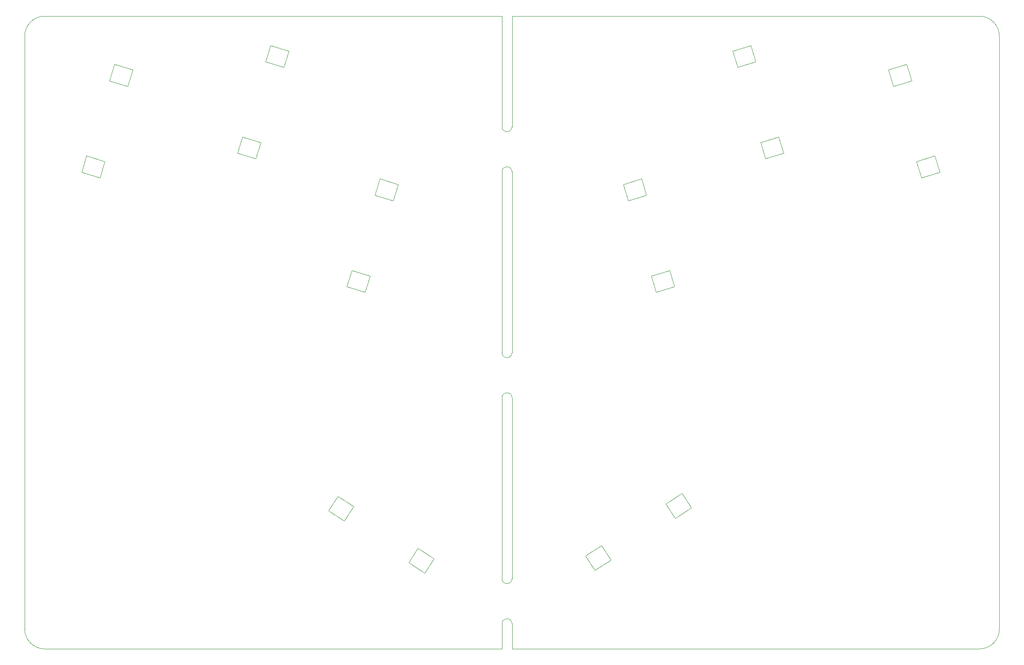
<source format=gm1>
G04 #@! TF.GenerationSoftware,KiCad,Pcbnew,(6.0.10)*
G04 #@! TF.CreationDate,2023-07-09T19:41:39+01:00*
G04 #@! TF.ProjectId,magnetonekeys,6d61676e-6574-46f6-9e65-6b6579732e6b,rev?*
G04 #@! TF.SameCoordinates,Original*
G04 #@! TF.FileFunction,Profile,NP*
%FSLAX46Y46*%
G04 Gerber Fmt 4.6, Leading zero omitted, Abs format (unit mm)*
G04 Created by KiCad (PCBNEW (6.0.10)) date 2023-07-09 19:41:39*
%MOMM*%
%LPD*%
G01*
G04 APERTURE LIST*
G04 #@! TA.AperFunction,Profile*
%ADD10C,0.100000*%
G04 #@! TD*
G04 #@! TA.AperFunction,Profile*
%ADD11C,0.120000*%
G04 #@! TD*
G04 APERTURE END LIST*
D10*
X251393750Y-35786875D02*
G75*
G03*
X247393750Y-31786875I-4000000J0D01*
G01*
X247393750Y-157786875D02*
G75*
G03*
X251393750Y-153786875I0J4000000D01*
G01*
X57393750Y-153786875D02*
G75*
G03*
X61393750Y-157786875I4000000J0D01*
G01*
X61393750Y-31786875D02*
G75*
G03*
X57393750Y-35786875I0J-4000000D01*
G01*
X154393751Y-152786875D02*
G75*
G03*
X152393749Y-152786875I-1000001J0D01*
G01*
X152393750Y-143786875D02*
G75*
G03*
X154393750Y-143786875I1000000J0D01*
G01*
X154393751Y-107786875D02*
G75*
G03*
X152393749Y-107786875I-1000001J0D01*
G01*
X152393750Y-98786875D02*
G75*
G03*
X154393750Y-98786875I1000000J0D01*
G01*
X154393750Y-62786875D02*
G75*
G03*
X152393750Y-62786875I-1000000J0D01*
G01*
X152393750Y-53786875D02*
G75*
G03*
X154393750Y-53786875I1000000J0D01*
G01*
X152393749Y-107786875D02*
X152393750Y-143786875D01*
X154393750Y-143786875D02*
X154393750Y-107786875D01*
X154393750Y-98786875D02*
X154393751Y-62786875D01*
X152393750Y-62786875D02*
X152393750Y-98786875D01*
X154393750Y-53786875D02*
X154393750Y-38786875D01*
X152393750Y-38786875D02*
X152393750Y-53786875D01*
X154393750Y-31786875D02*
X154393750Y-38786875D01*
X152393750Y-31786875D02*
X152393750Y-38786875D01*
X152393749Y-152786875D02*
X152393750Y-157786875D01*
X154393750Y-152786875D02*
X154393750Y-157786875D01*
X61393750Y-157786875D02*
X152393750Y-157786875D01*
X57393750Y-35786875D02*
X57393750Y-153786875D01*
X152393750Y-31786875D02*
X61393750Y-31786875D01*
X154393750Y-31786875D02*
X247393750Y-31786875D01*
X251393750Y-153786875D02*
X251393750Y-35786875D01*
X154393750Y-157786875D02*
X247393750Y-157786875D01*
D11*
X172203879Y-137193394D02*
X169016931Y-139263022D01*
X169016931Y-139263022D02*
X170868704Y-142114503D01*
X170868704Y-142114503D02*
X174055652Y-140044874D01*
X174055652Y-140044874D02*
X172203879Y-137193394D01*
X183075701Y-86744074D02*
X186709659Y-85633062D01*
X186709659Y-85633062D02*
X185715595Y-82381626D01*
X185715595Y-82381626D02*
X182081637Y-83492638D01*
X182081637Y-83492638D02*
X183075701Y-86744074D01*
X188180554Y-126818022D02*
X184993606Y-128887650D01*
X184993606Y-128887650D02*
X186845379Y-131739131D01*
X186845379Y-131739131D02*
X190032327Y-129669502D01*
X190032327Y-129669502D02*
X188180554Y-126818022D01*
X117836740Y-130220925D02*
X121023688Y-132290554D01*
X121023688Y-132290554D02*
X122875461Y-129439074D01*
X122875461Y-129439074D02*
X119688513Y-127369445D01*
X119688513Y-127369445D02*
X117836740Y-130220925D01*
X105330459Y-40843328D02*
X108964417Y-41954340D01*
X108964417Y-41954340D02*
X109958481Y-38702904D01*
X109958481Y-38702904D02*
X106324523Y-37591892D01*
X106324523Y-37591892D02*
X105330459Y-40843328D01*
X78918952Y-42493453D02*
X75284994Y-41382441D01*
X75284994Y-41382441D02*
X74290930Y-44633877D01*
X74290930Y-44633877D02*
X77924888Y-45744889D01*
X77924888Y-45744889D02*
X78918952Y-42493453D01*
X131715208Y-65275032D02*
X128081250Y-64164020D01*
X128081250Y-64164020D02*
X127087186Y-67415456D01*
X127087186Y-67415456D02*
X130721144Y-68526468D01*
X130721144Y-68526468D02*
X131715208Y-65275032D01*
X133813414Y-140596299D02*
X137000362Y-142665928D01*
X137000362Y-142665928D02*
X138852135Y-139814448D01*
X138852135Y-139814448D02*
X135665187Y-137744819D01*
X135665187Y-137744819D02*
X133813414Y-140596299D01*
X104388800Y-56920510D02*
X100754842Y-55809498D01*
X100754842Y-55809498D02*
X99760778Y-59060934D01*
X99760778Y-59060934D02*
X103394736Y-60171946D01*
X103394736Y-60171946D02*
X104388800Y-56920510D01*
X177506022Y-68526468D02*
X181139980Y-67415456D01*
X181139980Y-67415456D02*
X180145916Y-64164020D01*
X180145916Y-64164020D02*
X176511958Y-65275032D01*
X176511958Y-65275032D02*
X177506022Y-68526468D01*
X126145529Y-83492638D02*
X122511571Y-82381626D01*
X122511571Y-82381626D02*
X121517507Y-85633062D01*
X121517507Y-85633062D02*
X125151465Y-86744074D01*
X125151465Y-86744074D02*
X126145529Y-83492638D01*
X199262749Y-41954340D02*
X202896707Y-40843328D01*
X202896707Y-40843328D02*
X201902643Y-37591892D01*
X201902643Y-37591892D02*
X198268685Y-38702904D01*
X198268685Y-38702904D02*
X199262749Y-41954340D01*
X230302278Y-45744889D02*
X233936236Y-44633877D01*
X233936236Y-44633877D02*
X232942172Y-41382441D01*
X232942172Y-41382441D02*
X229308214Y-42493453D01*
X229308214Y-42493453D02*
X230302278Y-45744889D01*
X235871959Y-63962495D02*
X239505917Y-62851483D01*
X239505917Y-62851483D02*
X238511853Y-59600047D01*
X238511853Y-59600047D02*
X234877895Y-60711059D01*
X234877895Y-60711059D02*
X235871959Y-63962495D01*
X204832430Y-60171946D02*
X208466388Y-59060934D01*
X208466388Y-59060934D02*
X207472324Y-55809498D01*
X207472324Y-55809498D02*
X203838366Y-56920510D01*
X203838366Y-56920510D02*
X204832430Y-60171946D01*
X73349271Y-60711059D02*
X69715313Y-59600047D01*
X69715313Y-59600047D02*
X68721249Y-62851483D01*
X68721249Y-62851483D02*
X72355207Y-63962495D01*
X72355207Y-63962495D02*
X73349271Y-60711059D01*
M02*

</source>
